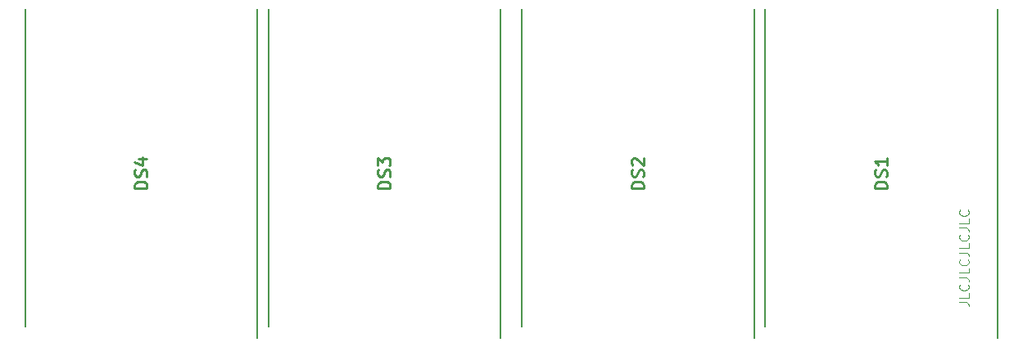
<source format=gto>
G04 #@! TF.GenerationSoftware,KiCad,Pcbnew,8.0.4*
G04 #@! TF.CreationDate,2024-08-10T20:36:19+03:00*
G04 #@! TF.ProjectId,7clock,37636c6f-636b-42e6-9b69-6361645f7063,rev?*
G04 #@! TF.SameCoordinates,Original*
G04 #@! TF.FileFunction,Legend,Top*
G04 #@! TF.FilePolarity,Positive*
%FSLAX46Y46*%
G04 Gerber Fmt 4.6, Leading zero omitted, Abs format (unit mm)*
G04 Created by KiCad (PCBNEW 8.0.4) date 2024-08-10 20:36:19*
%MOMM*%
%LPD*%
G01*
G04 APERTURE LIST*
%ADD10C,0.100000*%
%ADD11C,0.254000*%
%ADD12C,0.200000*%
G04 APERTURE END LIST*
D10*
X202961419Y-91358401D02*
X203675704Y-91358401D01*
X203675704Y-91358401D02*
X203818561Y-91406020D01*
X203818561Y-91406020D02*
X203913800Y-91501258D01*
X203913800Y-91501258D02*
X203961419Y-91644115D01*
X203961419Y-91644115D02*
X203961419Y-91739353D01*
X203961419Y-90406020D02*
X203961419Y-90882210D01*
X203961419Y-90882210D02*
X202961419Y-90882210D01*
X203866180Y-89501258D02*
X203913800Y-89548877D01*
X203913800Y-89548877D02*
X203961419Y-89691734D01*
X203961419Y-89691734D02*
X203961419Y-89786972D01*
X203961419Y-89786972D02*
X203913800Y-89929829D01*
X203913800Y-89929829D02*
X203818561Y-90025067D01*
X203818561Y-90025067D02*
X203723323Y-90072686D01*
X203723323Y-90072686D02*
X203532847Y-90120305D01*
X203532847Y-90120305D02*
X203389990Y-90120305D01*
X203389990Y-90120305D02*
X203199514Y-90072686D01*
X203199514Y-90072686D02*
X203104276Y-90025067D01*
X203104276Y-90025067D02*
X203009038Y-89929829D01*
X203009038Y-89929829D02*
X202961419Y-89786972D01*
X202961419Y-89786972D02*
X202961419Y-89691734D01*
X202961419Y-89691734D02*
X203009038Y-89548877D01*
X203009038Y-89548877D02*
X203056657Y-89501258D01*
X202961419Y-88786972D02*
X203675704Y-88786972D01*
X203675704Y-88786972D02*
X203818561Y-88834591D01*
X203818561Y-88834591D02*
X203913800Y-88929829D01*
X203913800Y-88929829D02*
X203961419Y-89072686D01*
X203961419Y-89072686D02*
X203961419Y-89167924D01*
X203961419Y-87834591D02*
X203961419Y-88310781D01*
X203961419Y-88310781D02*
X202961419Y-88310781D01*
X203866180Y-86929829D02*
X203913800Y-86977448D01*
X203913800Y-86977448D02*
X203961419Y-87120305D01*
X203961419Y-87120305D02*
X203961419Y-87215543D01*
X203961419Y-87215543D02*
X203913800Y-87358400D01*
X203913800Y-87358400D02*
X203818561Y-87453638D01*
X203818561Y-87453638D02*
X203723323Y-87501257D01*
X203723323Y-87501257D02*
X203532847Y-87548876D01*
X203532847Y-87548876D02*
X203389990Y-87548876D01*
X203389990Y-87548876D02*
X203199514Y-87501257D01*
X203199514Y-87501257D02*
X203104276Y-87453638D01*
X203104276Y-87453638D02*
X203009038Y-87358400D01*
X203009038Y-87358400D02*
X202961419Y-87215543D01*
X202961419Y-87215543D02*
X202961419Y-87120305D01*
X202961419Y-87120305D02*
X203009038Y-86977448D01*
X203009038Y-86977448D02*
X203056657Y-86929829D01*
X202961419Y-86215543D02*
X203675704Y-86215543D01*
X203675704Y-86215543D02*
X203818561Y-86263162D01*
X203818561Y-86263162D02*
X203913800Y-86358400D01*
X203913800Y-86358400D02*
X203961419Y-86501257D01*
X203961419Y-86501257D02*
X203961419Y-86596495D01*
X203961419Y-85263162D02*
X203961419Y-85739352D01*
X203961419Y-85739352D02*
X202961419Y-85739352D01*
X203866180Y-84358400D02*
X203913800Y-84406019D01*
X203913800Y-84406019D02*
X203961419Y-84548876D01*
X203961419Y-84548876D02*
X203961419Y-84644114D01*
X203961419Y-84644114D02*
X203913800Y-84786971D01*
X203913800Y-84786971D02*
X203818561Y-84882209D01*
X203818561Y-84882209D02*
X203723323Y-84929828D01*
X203723323Y-84929828D02*
X203532847Y-84977447D01*
X203532847Y-84977447D02*
X203389990Y-84977447D01*
X203389990Y-84977447D02*
X203199514Y-84929828D01*
X203199514Y-84929828D02*
X203104276Y-84882209D01*
X203104276Y-84882209D02*
X203009038Y-84786971D01*
X203009038Y-84786971D02*
X202961419Y-84644114D01*
X202961419Y-84644114D02*
X202961419Y-84548876D01*
X202961419Y-84548876D02*
X203009038Y-84406019D01*
X203009038Y-84406019D02*
X203056657Y-84358400D01*
X202961419Y-83644114D02*
X203675704Y-83644114D01*
X203675704Y-83644114D02*
X203818561Y-83691733D01*
X203818561Y-83691733D02*
X203913800Y-83786971D01*
X203913800Y-83786971D02*
X203961419Y-83929828D01*
X203961419Y-83929828D02*
X203961419Y-84025066D01*
X203961419Y-82691733D02*
X203961419Y-83167923D01*
X203961419Y-83167923D02*
X202961419Y-83167923D01*
X203866180Y-81786971D02*
X203913800Y-81834590D01*
X203913800Y-81834590D02*
X203961419Y-81977447D01*
X203961419Y-81977447D02*
X203961419Y-82072685D01*
X203961419Y-82072685D02*
X203913800Y-82215542D01*
X203913800Y-82215542D02*
X203818561Y-82310780D01*
X203818561Y-82310780D02*
X203723323Y-82358399D01*
X203723323Y-82358399D02*
X203532847Y-82406018D01*
X203532847Y-82406018D02*
X203389990Y-82406018D01*
X203389990Y-82406018D02*
X203199514Y-82358399D01*
X203199514Y-82358399D02*
X203104276Y-82310780D01*
X203104276Y-82310780D02*
X203009038Y-82215542D01*
X203009038Y-82215542D02*
X202961419Y-82072685D01*
X202961419Y-82072685D02*
X202961419Y-81977447D01*
X202961419Y-81977447D02*
X203009038Y-81834590D01*
X203009038Y-81834590D02*
X203056657Y-81786971D01*
D11*
X118994318Y-79560143D02*
X117724318Y-79560143D01*
X117724318Y-79560143D02*
X117724318Y-79257762D01*
X117724318Y-79257762D02*
X117784794Y-79076333D01*
X117784794Y-79076333D02*
X117905746Y-78955381D01*
X117905746Y-78955381D02*
X118026699Y-78894904D01*
X118026699Y-78894904D02*
X118268603Y-78834428D01*
X118268603Y-78834428D02*
X118450032Y-78834428D01*
X118450032Y-78834428D02*
X118691937Y-78894904D01*
X118691937Y-78894904D02*
X118812889Y-78955381D01*
X118812889Y-78955381D02*
X118933842Y-79076333D01*
X118933842Y-79076333D02*
X118994318Y-79257762D01*
X118994318Y-79257762D02*
X118994318Y-79560143D01*
X118933842Y-78350619D02*
X118994318Y-78169190D01*
X118994318Y-78169190D02*
X118994318Y-77866809D01*
X118994318Y-77866809D02*
X118933842Y-77745857D01*
X118933842Y-77745857D02*
X118873365Y-77685381D01*
X118873365Y-77685381D02*
X118752413Y-77624904D01*
X118752413Y-77624904D02*
X118631461Y-77624904D01*
X118631461Y-77624904D02*
X118510508Y-77685381D01*
X118510508Y-77685381D02*
X118450032Y-77745857D01*
X118450032Y-77745857D02*
X118389556Y-77866809D01*
X118389556Y-77866809D02*
X118329080Y-78108714D01*
X118329080Y-78108714D02*
X118268603Y-78229666D01*
X118268603Y-78229666D02*
X118208127Y-78290143D01*
X118208127Y-78290143D02*
X118087175Y-78350619D01*
X118087175Y-78350619D02*
X117966222Y-78350619D01*
X117966222Y-78350619D02*
X117845270Y-78290143D01*
X117845270Y-78290143D02*
X117784794Y-78229666D01*
X117784794Y-78229666D02*
X117724318Y-78108714D01*
X117724318Y-78108714D02*
X117724318Y-77806333D01*
X117724318Y-77806333D02*
X117784794Y-77624904D01*
X118147651Y-76536333D02*
X118994318Y-76536333D01*
X117663842Y-76838714D02*
X118570984Y-77141095D01*
X118570984Y-77141095D02*
X118570984Y-76354904D01*
X144140318Y-79560143D02*
X142870318Y-79560143D01*
X142870318Y-79560143D02*
X142870318Y-79257762D01*
X142870318Y-79257762D02*
X142930794Y-79076333D01*
X142930794Y-79076333D02*
X143051746Y-78955381D01*
X143051746Y-78955381D02*
X143172699Y-78894904D01*
X143172699Y-78894904D02*
X143414603Y-78834428D01*
X143414603Y-78834428D02*
X143596032Y-78834428D01*
X143596032Y-78834428D02*
X143837937Y-78894904D01*
X143837937Y-78894904D02*
X143958889Y-78955381D01*
X143958889Y-78955381D02*
X144079842Y-79076333D01*
X144079842Y-79076333D02*
X144140318Y-79257762D01*
X144140318Y-79257762D02*
X144140318Y-79560143D01*
X144079842Y-78350619D02*
X144140318Y-78169190D01*
X144140318Y-78169190D02*
X144140318Y-77866809D01*
X144140318Y-77866809D02*
X144079842Y-77745857D01*
X144079842Y-77745857D02*
X144019365Y-77685381D01*
X144019365Y-77685381D02*
X143898413Y-77624904D01*
X143898413Y-77624904D02*
X143777461Y-77624904D01*
X143777461Y-77624904D02*
X143656508Y-77685381D01*
X143656508Y-77685381D02*
X143596032Y-77745857D01*
X143596032Y-77745857D02*
X143535556Y-77866809D01*
X143535556Y-77866809D02*
X143475080Y-78108714D01*
X143475080Y-78108714D02*
X143414603Y-78229666D01*
X143414603Y-78229666D02*
X143354127Y-78290143D01*
X143354127Y-78290143D02*
X143233175Y-78350619D01*
X143233175Y-78350619D02*
X143112222Y-78350619D01*
X143112222Y-78350619D02*
X142991270Y-78290143D01*
X142991270Y-78290143D02*
X142930794Y-78229666D01*
X142930794Y-78229666D02*
X142870318Y-78108714D01*
X142870318Y-78108714D02*
X142870318Y-77806333D01*
X142870318Y-77806333D02*
X142930794Y-77624904D01*
X142870318Y-77201571D02*
X142870318Y-76415380D01*
X142870318Y-76415380D02*
X143354127Y-76838714D01*
X143354127Y-76838714D02*
X143354127Y-76657285D01*
X143354127Y-76657285D02*
X143414603Y-76536333D01*
X143414603Y-76536333D02*
X143475080Y-76475857D01*
X143475080Y-76475857D02*
X143596032Y-76415380D01*
X143596032Y-76415380D02*
X143898413Y-76415380D01*
X143898413Y-76415380D02*
X144019365Y-76475857D01*
X144019365Y-76475857D02*
X144079842Y-76536333D01*
X144079842Y-76536333D02*
X144140318Y-76657285D01*
X144140318Y-76657285D02*
X144140318Y-77020142D01*
X144140318Y-77020142D02*
X144079842Y-77141095D01*
X144079842Y-77141095D02*
X144019365Y-77201571D01*
X195494318Y-79560143D02*
X194224318Y-79560143D01*
X194224318Y-79560143D02*
X194224318Y-79257762D01*
X194224318Y-79257762D02*
X194284794Y-79076333D01*
X194284794Y-79076333D02*
X194405746Y-78955381D01*
X194405746Y-78955381D02*
X194526699Y-78894904D01*
X194526699Y-78894904D02*
X194768603Y-78834428D01*
X194768603Y-78834428D02*
X194950032Y-78834428D01*
X194950032Y-78834428D02*
X195191937Y-78894904D01*
X195191937Y-78894904D02*
X195312889Y-78955381D01*
X195312889Y-78955381D02*
X195433842Y-79076333D01*
X195433842Y-79076333D02*
X195494318Y-79257762D01*
X195494318Y-79257762D02*
X195494318Y-79560143D01*
X195433842Y-78350619D02*
X195494318Y-78169190D01*
X195494318Y-78169190D02*
X195494318Y-77866809D01*
X195494318Y-77866809D02*
X195433842Y-77745857D01*
X195433842Y-77745857D02*
X195373365Y-77685381D01*
X195373365Y-77685381D02*
X195252413Y-77624904D01*
X195252413Y-77624904D02*
X195131461Y-77624904D01*
X195131461Y-77624904D02*
X195010508Y-77685381D01*
X195010508Y-77685381D02*
X194950032Y-77745857D01*
X194950032Y-77745857D02*
X194889556Y-77866809D01*
X194889556Y-77866809D02*
X194829080Y-78108714D01*
X194829080Y-78108714D02*
X194768603Y-78229666D01*
X194768603Y-78229666D02*
X194708127Y-78290143D01*
X194708127Y-78290143D02*
X194587175Y-78350619D01*
X194587175Y-78350619D02*
X194466222Y-78350619D01*
X194466222Y-78350619D02*
X194345270Y-78290143D01*
X194345270Y-78290143D02*
X194284794Y-78229666D01*
X194284794Y-78229666D02*
X194224318Y-78108714D01*
X194224318Y-78108714D02*
X194224318Y-77806333D01*
X194224318Y-77806333D02*
X194284794Y-77624904D01*
X195494318Y-76415380D02*
X195494318Y-77141095D01*
X195494318Y-76778238D02*
X194224318Y-76778238D01*
X194224318Y-76778238D02*
X194405746Y-76899190D01*
X194405746Y-76899190D02*
X194526699Y-77020142D01*
X194526699Y-77020142D02*
X194587175Y-77141095D01*
X170348318Y-79560143D02*
X169078318Y-79560143D01*
X169078318Y-79560143D02*
X169078318Y-79257762D01*
X169078318Y-79257762D02*
X169138794Y-79076333D01*
X169138794Y-79076333D02*
X169259746Y-78955381D01*
X169259746Y-78955381D02*
X169380699Y-78894904D01*
X169380699Y-78894904D02*
X169622603Y-78834428D01*
X169622603Y-78834428D02*
X169804032Y-78834428D01*
X169804032Y-78834428D02*
X170045937Y-78894904D01*
X170045937Y-78894904D02*
X170166889Y-78955381D01*
X170166889Y-78955381D02*
X170287842Y-79076333D01*
X170287842Y-79076333D02*
X170348318Y-79257762D01*
X170348318Y-79257762D02*
X170348318Y-79560143D01*
X170287842Y-78350619D02*
X170348318Y-78169190D01*
X170348318Y-78169190D02*
X170348318Y-77866809D01*
X170348318Y-77866809D02*
X170287842Y-77745857D01*
X170287842Y-77745857D02*
X170227365Y-77685381D01*
X170227365Y-77685381D02*
X170106413Y-77624904D01*
X170106413Y-77624904D02*
X169985461Y-77624904D01*
X169985461Y-77624904D02*
X169864508Y-77685381D01*
X169864508Y-77685381D02*
X169804032Y-77745857D01*
X169804032Y-77745857D02*
X169743556Y-77866809D01*
X169743556Y-77866809D02*
X169683080Y-78108714D01*
X169683080Y-78108714D02*
X169622603Y-78229666D01*
X169622603Y-78229666D02*
X169562127Y-78290143D01*
X169562127Y-78290143D02*
X169441175Y-78350619D01*
X169441175Y-78350619D02*
X169320222Y-78350619D01*
X169320222Y-78350619D02*
X169199270Y-78290143D01*
X169199270Y-78290143D02*
X169138794Y-78229666D01*
X169138794Y-78229666D02*
X169078318Y-78108714D01*
X169078318Y-78108714D02*
X169078318Y-77806333D01*
X169078318Y-77806333D02*
X169138794Y-77624904D01*
X169199270Y-77141095D02*
X169138794Y-77080619D01*
X169138794Y-77080619D02*
X169078318Y-76959666D01*
X169078318Y-76959666D02*
X169078318Y-76657285D01*
X169078318Y-76657285D02*
X169138794Y-76536333D01*
X169138794Y-76536333D02*
X169199270Y-76475857D01*
X169199270Y-76475857D02*
X169320222Y-76415380D01*
X169320222Y-76415380D02*
X169441175Y-76415380D01*
X169441175Y-76415380D02*
X169622603Y-76475857D01*
X169622603Y-76475857D02*
X170348318Y-77201571D01*
X170348318Y-77201571D02*
X170348318Y-76415380D01*
D12*
G04 #@! TO.C,DS4*
X106420000Y-93893000D02*
X106420000Y-61018000D01*
X130420000Y-95018000D02*
X130420000Y-61018000D01*
G04 #@! TO.C,DS3*
X131566000Y-93893000D02*
X131566000Y-61018000D01*
X155566000Y-95018000D02*
X155566000Y-61018000D01*
G04 #@! TO.C,DS1*
X182920000Y-93893000D02*
X182920000Y-61018000D01*
X206920000Y-95018000D02*
X206920000Y-61018000D01*
G04 #@! TO.C,DS2*
X157774000Y-93893000D02*
X157774000Y-61018000D01*
X181774000Y-95018000D02*
X181774000Y-61018000D01*
G04 #@! TD*
M02*

</source>
